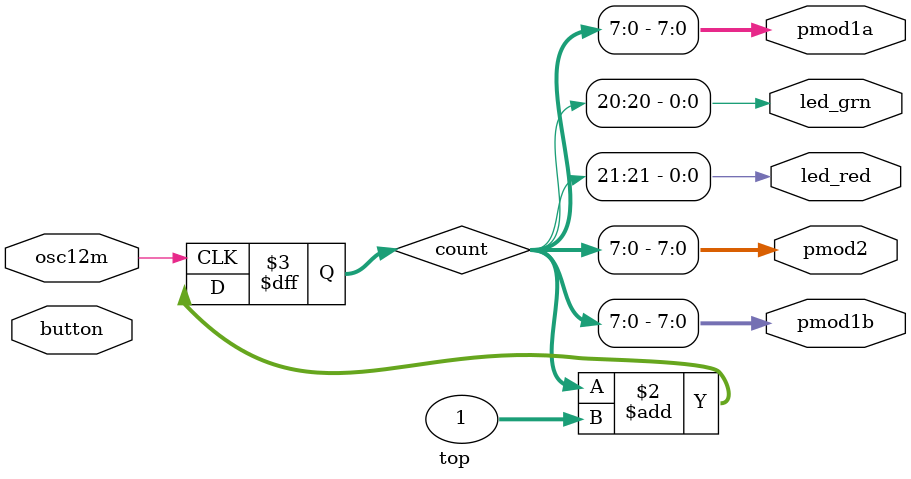
<source format=sv>

module top(
	input osc12m,
	output [7:0]pmod1a,
	output [7:0]pmod1b,
	output [7:0]pmod2,
	output led_red,
	output led_grn,
	input button
	);

reg [31:0]count;

always_ff @(posedge osc12m)
	count <= count + 32'h1;

assign pmod1a = count[7:0];
assign pmod1b = count[7:0];
assign pmod2 = count[7:0];

assign led_grn = count[20];
assign led_red = count[21];

endmodule

</source>
